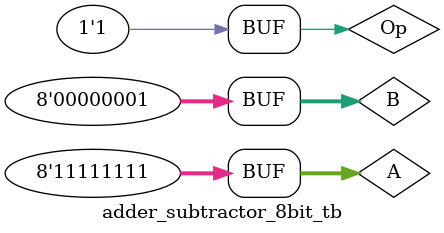
<source format=v>
`timescale 1ns/1ns
`include "addersubtractor8bit.v"

module adder_subtractor_8bit_tb;
    reg [7:0] A, B;
    reg Op;
    wire [7:0] Sum;
    wire Cout;

    adder_subtractor_8bit adder_subtractor8 (
        .A(A),
        .B(B),
        .Op(Op),
        .Sum(Sum),
        .Cout(Cout)
    );

    initial 
    begin
        $dumpfile("wave.vcd");
        $dumpvars(0, adder_subtractor_8bit_tb);
        A = 8'b00000000; B = 8'b00000000;  Op = 0; #10;
        A = 8'b00001111; B = 8'b00000001;  Op = 0; #10;
        A = 8'b00001111; B = 8'b00000001;  Op = 1; #10;
        A = 8'b11110000; B = 8'b00001111;  Op = 0; #10;
        A = 8'b11110000; B = 8'b00001111;  Op = 1; #10;
        A = 8'b10101010; B = 8'b01010101;  Op = 0; #10;
        A = 8'b10101010; B = 8'b01010101;  Op = 1; #10;
        A = 8'b11111111; B = 8'b00000001;  Op = 0; #10;
        A = 8'b11111111; B = 8'b00000001;  Op = 1; #10;
        
    end


endmodule
</source>
